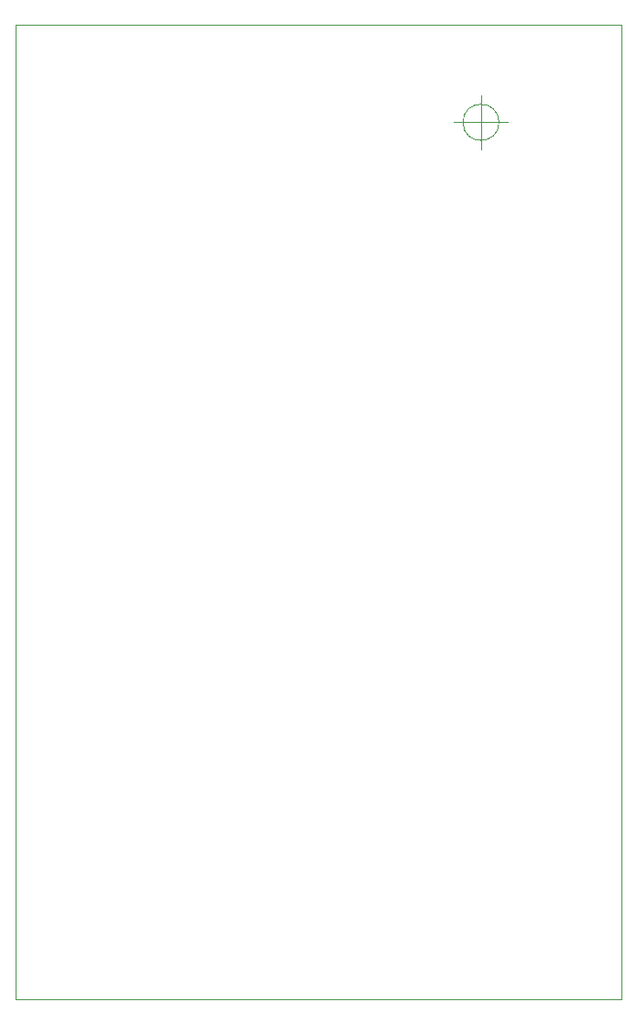
<source format=gm1>
G04 #@! TF.GenerationSoftware,KiCad,Pcbnew,(5.99.0-490-gc7ce93e10)*
G04 #@! TF.CreationDate,2019-12-10T11:33:49+01:00*
G04 #@! TF.ProjectId,LichtDom,4c696368-7444-46f6-9d2e-6b696361645f,0.1*
G04 #@! TF.SameCoordinates,Original*
G04 #@! TF.FileFunction,Profile,NP*
%FSLAX46Y46*%
G04 Gerber Fmt 4.6, Leading zero omitted, Abs format (unit mm)*
G04 Created by KiCad (PCBNEW (5.99.0-490-gc7ce93e10)) date 2019-12-10 11:33:49*
%MOMM*%
%LPD*%
G04 APERTURE LIST*
%ADD10C,0.050000*%
G04 APERTURE END LIST*
D10*
X178000000Y-87500000D02*
X178000000Y-165000000D01*
X234000000Y-165000000D02*
X178000000Y-165000000D01*
X234000000Y-82000000D02*
X234000000Y-165000000D01*
X178000000Y-75000000D02*
X178000000Y-87500000D01*
X234000000Y-75000000D02*
X178000000Y-75000000D01*
X234000000Y-82000000D02*
X234000000Y-75000000D01*
X222666666Y-84000000D02*
G75*
G03X222666666Y-84000000I-1666666J0D01*
G01*
X218500000Y-84000000D02*
X223500000Y-84000000D01*
X221000000Y-81500000D02*
X221000000Y-86500000D01*
M02*

</source>
